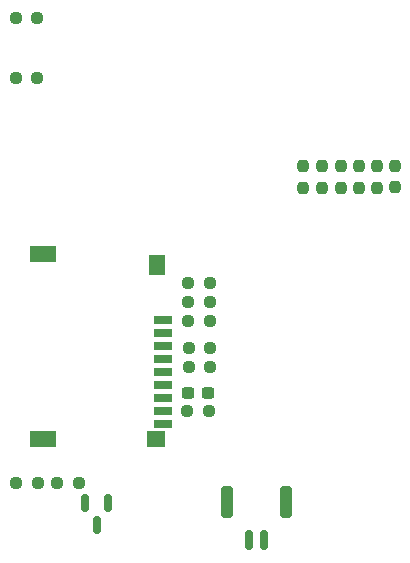
<source format=gbr>
%TF.GenerationSoftware,KiCad,Pcbnew,7.0.6*%
%TF.CreationDate,2024-02-07T19:17:41+08:00*%
%TF.ProjectId,PCB_Main_Board_ESP32S3_RFM95,5043425f-4d61-4696-9e5f-426f6172645f,rev?*%
%TF.SameCoordinates,Original*%
%TF.FileFunction,Paste,Bot*%
%TF.FilePolarity,Positive*%
%FSLAX46Y46*%
G04 Gerber Fmt 4.6, Leading zero omitted, Abs format (unit mm)*
G04 Created by KiCad (PCBNEW 7.0.6) date 2024-02-07 19:17:41*
%MOMM*%
%LPD*%
G01*
G04 APERTURE LIST*
G04 Aperture macros list*
%AMRoundRect*
0 Rectangle with rounded corners*
0 $1 Rounding radius*
0 $2 $3 $4 $5 $6 $7 $8 $9 X,Y pos of 4 corners*
0 Add a 4 corners polygon primitive as box body*
4,1,4,$2,$3,$4,$5,$6,$7,$8,$9,$2,$3,0*
0 Add four circle primitives for the rounded corners*
1,1,$1+$1,$2,$3*
1,1,$1+$1,$4,$5*
1,1,$1+$1,$6,$7*
1,1,$1+$1,$8,$9*
0 Add four rect primitives between the rounded corners*
20,1,$1+$1,$2,$3,$4,$5,0*
20,1,$1+$1,$4,$5,$6,$7,0*
20,1,$1+$1,$6,$7,$8,$9,0*
20,1,$1+$1,$8,$9,$2,$3,0*%
G04 Aperture macros list end*
%ADD10RoundRect,0.237500X-0.300000X-0.237500X0.300000X-0.237500X0.300000X0.237500X-0.300000X0.237500X0*%
%ADD11RoundRect,0.237500X0.250000X0.237500X-0.250000X0.237500X-0.250000X-0.237500X0.250000X-0.237500X0*%
%ADD12RoundRect,0.237500X-0.250000X-0.237500X0.250000X-0.237500X0.250000X0.237500X-0.250000X0.237500X0*%
%ADD13RoundRect,0.237500X-0.237500X0.250000X-0.237500X-0.250000X0.237500X-0.250000X0.237500X0.250000X0*%
%ADD14RoundRect,0.237500X0.237500X-0.250000X0.237500X0.250000X-0.237500X0.250000X-0.237500X-0.250000X0*%
%ADD15RoundRect,0.150000X-0.150000X-0.700000X0.150000X-0.700000X0.150000X0.700000X-0.150000X0.700000X0*%
%ADD16RoundRect,0.250000X-0.250000X-1.100000X0.250000X-1.100000X0.250000X1.100000X-0.250000X1.100000X0*%
%ADD17R,1.600000X0.700000*%
%ADD18R,1.600000X1.400000*%
%ADD19R,2.200000X1.400000*%
%ADD20R,1.400000X1.800000*%
%ADD21RoundRect,0.150000X-0.150000X0.587500X-0.150000X-0.587500X0.150000X-0.587500X0.150000X0.587500X0*%
G04 APERTURE END LIST*
D10*
%TO.C,C14*%
X55687500Y-97315000D03*
X57412500Y-97315000D03*
%TD*%
D11*
%TO.C,R19*%
X57575000Y-89565000D03*
X55750000Y-89565000D03*
%TD*%
%TO.C,R10*%
X42962500Y-70600000D03*
X41137500Y-70600000D03*
%TD*%
%TO.C,R26*%
X57575000Y-87990000D03*
X55750000Y-87990000D03*
%TD*%
D12*
%TO.C,R17*%
X55787500Y-95065000D03*
X57612500Y-95065000D03*
%TD*%
D13*
%TO.C,R34*%
X73240000Y-78057500D03*
X73240000Y-79882500D03*
%TD*%
%TO.C,R35*%
X67080000Y-78067500D03*
X67080000Y-79892500D03*
%TD*%
D14*
%TO.C,R36*%
X65460000Y-79892500D03*
X65460000Y-78067500D03*
%TD*%
D11*
%TO.C,R32*%
X57562500Y-91190000D03*
X55737500Y-91190000D03*
%TD*%
D13*
%TO.C,R33*%
X70190000Y-78067500D03*
X70190000Y-79892500D03*
%TD*%
D11*
%TO.C,R12*%
X46462500Y-104900000D03*
X44637500Y-104900000D03*
%TD*%
D12*
%TO.C,R18*%
X55787500Y-93515000D03*
X57612500Y-93515000D03*
%TD*%
D15*
%TO.C,J3*%
X60900000Y-109690000D03*
X62150000Y-109690000D03*
D16*
X59050000Y-106490000D03*
X64000000Y-106490000D03*
%TD*%
D11*
%TO.C,R13*%
X42987500Y-104925000D03*
X41162500Y-104925000D03*
%TD*%
D12*
%TO.C,R11*%
X41112500Y-65575000D03*
X42937500Y-65575000D03*
%TD*%
D14*
%TO.C,R9*%
X71720000Y-79892500D03*
X71720000Y-78067500D03*
%TD*%
D17*
%TO.C,P1*%
X53580000Y-91120000D03*
X53580000Y-92220000D03*
X53580000Y-93320000D03*
X53580000Y-94420000D03*
X53580000Y-95520000D03*
X53580000Y-96620000D03*
X53580000Y-97720000D03*
X53580000Y-98820000D03*
X53580000Y-99920000D03*
D18*
X52980000Y-101220000D03*
D19*
X43480000Y-101220000D03*
X43480000Y-85520000D03*
D20*
X53080000Y-86420000D03*
%TD*%
D13*
%TO.C,R14*%
X68640000Y-78070000D03*
X68640000Y-79895000D03*
%TD*%
D11*
%TO.C,R31*%
X57462500Y-98840000D03*
X55637500Y-98840000D03*
%TD*%
D21*
%TO.C,Q3*%
X47025000Y-106612500D03*
X48925000Y-106612500D03*
X47975000Y-108487500D03*
%TD*%
M02*

</source>
